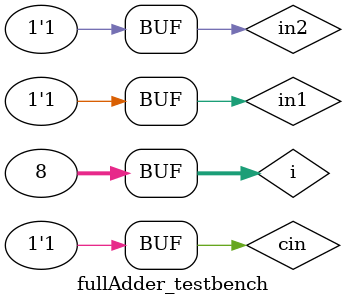
<source format=sv>

`timescale 1ns/10ps
module fullAdder (in1, in2, cin, result, cout);

	input logic in1, in2, cin;
	output logic result, cout;
	
	logic aAndB, cinAndA, cinAndB;
	
	xor #0.05 (result, in1, in2, cin);
	and #0.05 (aAndB, in1, in2);
	and #0.05 (cinAndA, in1, cin);
	and #0.05 (cinAndB, cin, in2);
	or #0.05 (cout, aAndB, cinAndA, cinAndB); //cout = A&B | cin&A | cin&B;
	
endmodule

module fullAdder_testbench();

		logic in1, in2, cin;
		logic result, cout;
		
		fullAdder dut (.*);
		
		integer i;
		initial begin
			
				for (i=0; i<2**3;i++) begin //2**3 -> 2 to the power 3 (x**y), x inputs: 2**x
				 {in1, in2, cin} = i; #500;
				end //for loop
		
		end //initial
		
			
endmodule

</source>
